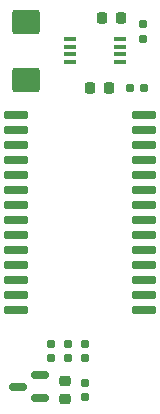
<source format=gbr>
%TF.GenerationSoftware,KiCad,Pcbnew,(6.0.8)*%
%TF.CreationDate,2022-10-28T11:52:04-04:00*%
%TF.ProjectId,HP3457A_NVSRAM_MOD,48503334-3537-4415-9f4e-565352414d5f,rev?*%
%TF.SameCoordinates,Original*%
%TF.FileFunction,Paste,Top*%
%TF.FilePolarity,Positive*%
%FSLAX46Y46*%
G04 Gerber Fmt 4.6, Leading zero omitted, Abs format (unit mm)*
G04 Created by KiCad (PCBNEW (6.0.8)) date 2022-10-28 11:52:04*
%MOMM*%
%LPD*%
G01*
G04 APERTURE LIST*
G04 Aperture macros list*
%AMRoundRect*
0 Rectangle with rounded corners*
0 $1 Rounding radius*
0 $2 $3 $4 $5 $6 $7 $8 $9 X,Y pos of 4 corners*
0 Add a 4 corners polygon primitive as box body*
4,1,4,$2,$3,$4,$5,$6,$7,$8,$9,$2,$3,0*
0 Add four circle primitives for the rounded corners*
1,1,$1+$1,$2,$3*
1,1,$1+$1,$4,$5*
1,1,$1+$1,$6,$7*
1,1,$1+$1,$8,$9*
0 Add four rect primitives between the rounded corners*
20,1,$1+$1,$2,$3,$4,$5,0*
20,1,$1+$1,$4,$5,$6,$7,0*
20,1,$1+$1,$6,$7,$8,$9,0*
20,1,$1+$1,$8,$9,$2,$3,0*%
G04 Aperture macros list end*
%ADD10RoundRect,0.150000X-0.887500X-0.150000X0.887500X-0.150000X0.887500X0.150000X-0.887500X0.150000X0*%
%ADD11R,1.100000X0.400000*%
%ADD12RoundRect,0.160000X-0.160000X0.197500X-0.160000X-0.197500X0.160000X-0.197500X0.160000X0.197500X0*%
%ADD13RoundRect,0.160000X0.160000X-0.197500X0.160000X0.197500X-0.160000X0.197500X-0.160000X-0.197500X0*%
%ADD14RoundRect,0.225000X0.225000X0.250000X-0.225000X0.250000X-0.225000X-0.250000X0.225000X-0.250000X0*%
%ADD15RoundRect,0.150000X0.587500X0.150000X-0.587500X0.150000X-0.587500X-0.150000X0.587500X-0.150000X0*%
%ADD16RoundRect,0.250000X0.925000X-0.787500X0.925000X0.787500X-0.925000X0.787500X-0.925000X-0.787500X0*%
%ADD17RoundRect,0.225000X0.250000X-0.225000X0.250000X0.225000X-0.250000X0.225000X-0.250000X-0.225000X0*%
%ADD18RoundRect,0.160000X-0.197500X-0.160000X0.197500X-0.160000X0.197500X0.160000X-0.197500X0.160000X0*%
G04 APERTURE END LIST*
D10*
%TO.C,U3*%
X113967500Y-67437000D03*
X113967500Y-68707000D03*
X113967500Y-69977000D03*
X113967500Y-71247000D03*
X113967500Y-72517000D03*
X113967500Y-73787000D03*
X113967500Y-75057000D03*
X113967500Y-76327000D03*
X113967500Y-77597000D03*
X113967500Y-78867000D03*
X113967500Y-80137000D03*
X113967500Y-81407000D03*
X113967500Y-82677000D03*
X113967500Y-83947000D03*
X124792500Y-83947000D03*
X124792500Y-82677000D03*
X124792500Y-81407000D03*
X124792500Y-80137000D03*
X124792500Y-78867000D03*
X124792500Y-77597000D03*
X124792500Y-76327000D03*
X124792500Y-75057000D03*
X124792500Y-73787000D03*
X124792500Y-72517000D03*
X124792500Y-71247000D03*
X124792500Y-69977000D03*
X124792500Y-68707000D03*
X124792500Y-67437000D03*
%TD*%
D11*
%TO.C,U2*%
X118500000Y-61001000D03*
X118500000Y-61651000D03*
X118500000Y-62301000D03*
X118500000Y-62951000D03*
X122800000Y-62951000D03*
X122800000Y-62301000D03*
X122800000Y-61651000D03*
X122800000Y-61001000D03*
%TD*%
D12*
%TO.C,R1*%
X124714000Y-59752900D03*
X124714000Y-60947900D03*
%TD*%
D13*
%TO.C,R2*%
X119808866Y-91275500D03*
X119808866Y-90080500D03*
%TD*%
D14*
%TO.C,C1*%
X122822000Y-59182000D03*
X121272000Y-59182000D03*
%TD*%
D13*
%TO.C,R3*%
X119808866Y-87973500D03*
X119808866Y-86778500D03*
%TD*%
D15*
%TO.C,U1*%
X115999500Y-91374000D03*
X115999500Y-89474000D03*
X114124500Y-90424000D03*
%TD*%
D13*
%TO.C,R4*%
X118364000Y-87973500D03*
X118364000Y-86778500D03*
%TD*%
D16*
%TO.C,C2*%
X114808000Y-64438500D03*
X114808000Y-59513500D03*
%TD*%
D14*
%TO.C,C3*%
X121806000Y-65151000D03*
X120256000Y-65151000D03*
%TD*%
D13*
%TO.C,R6*%
X116967000Y-87973500D03*
X116967000Y-86778500D03*
%TD*%
D17*
%TO.C,C4*%
X118110000Y-91453000D03*
X118110000Y-89903000D03*
%TD*%
D18*
%TO.C,R5*%
X123608500Y-65151000D03*
X124803500Y-65151000D03*
%TD*%
M02*

</source>
